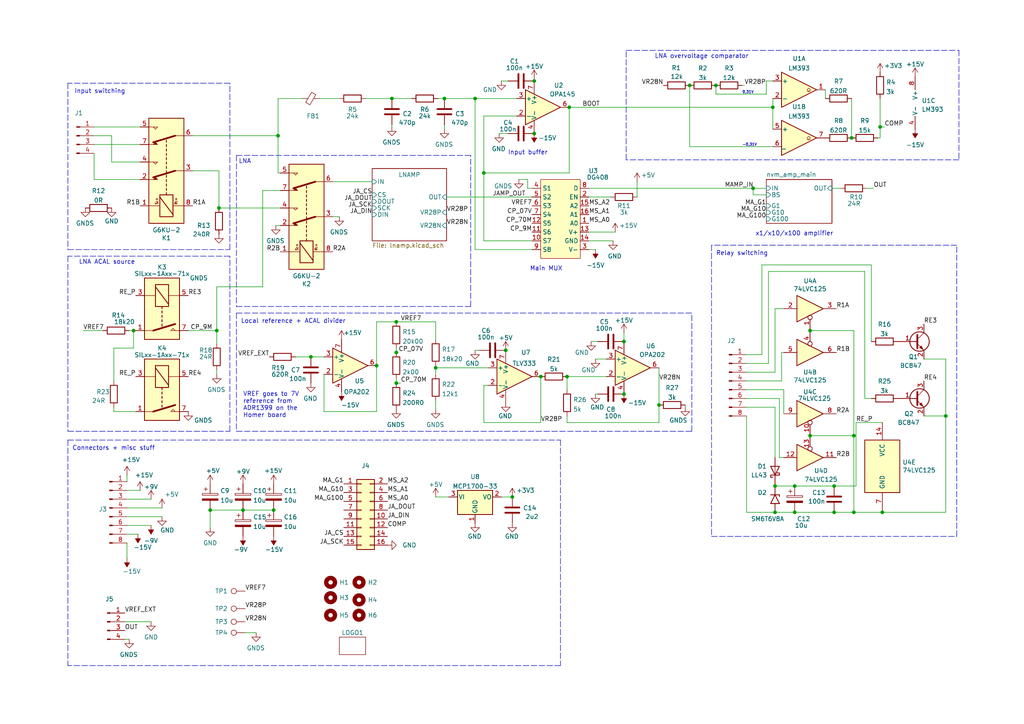
<source format=kicad_sch>
(kicad_sch (version 20211123) (generator eeschema)
  (paper "A4")
  (title_block (title "Nanovoltmeter - BART") (date "2022-05-14") (rev "2"))
  (junction (at 156.845 109.22))
  (junction (at 241.935 148.59))
  (junction (at 38.735 95.885))
  (junction (at 126.365 106.68))
  (junction (at 274.32 120.65))
  (junction (at 224.79 148.59))
  (junction (at 224.79 140.97))
  (junction (at 137.795 28.575))
  (junction (at 241.935 140.97))
  (junction (at 140.335 50.165))
  (junction (at 154.94 38.735))
  (junction (at 114.935 102.235))
  (junction (at 114.935 111.125))
  (junction (at 164.465 109.22))
  (junction (at 230.505 148.59))
  (junction (at 146.685 101.6))
  (junction (at 255.27 36.83))
  (junction (at 113.665 28.575))
  (junction (at 207.645 24.765))
  (junction (at 191.135 117.475))
  (junction (at 255.905 148.59))
  (junction (at 114.935 93.345))
  (junction (at 218.44 54.61))
  (junction (at 165.1 31.115))
  (junction (at 79.375 147.955))
  (junction (at 230.505 140.97))
  (junction (at 200.025 24.765))
  (junction (at 247.65 126.365))
  (junction (at 154.94 23.495))
  (junction (at 60.96 147.955))
  (junction (at 63.5 60.325))
  (junction (at 234.95 95.885))
  (junction (at 90.17 103.505))
  (junction (at 247.015 40.005))
  (junction (at 70.485 147.955))
  (junction (at 247.65 148.59))
  (junction (at 148.59 144.145))
  (junction (at 180.975 114.3))
  (junction (at 234.95 126.365))
  (junction (at 109.22 106.045))
  (junction (at 62.865 95.885))
  (junction (at 128.905 28.575))
  (junction (at 180.975 99.06))
  (junction (at 80.645 39.37))
  (junction (at 224.155 31.115))
  (wire (pts (xy 37.465 185.42) (xy 36.195 185.42)))
  (wire (pts (xy 114.935 93.345) (xy 126.365 93.345)))
  (wire (pts (xy 62.865 95.885) (xy 62.865 83.185)))
  (wire (pts (xy 46.99 147.32) (xy 36.83 147.32)))
  (wire (pts (xy 43.815 144.78) (xy 36.83 144.78)))
  (wire (pts (xy 177.165 57.15) (xy 170.815 57.15)))
  (wire (pts (xy 234.95 126.365) (xy 247.65 126.365)))
  (wire (pts (xy 224.79 118.11) (xy 224.79 132.715)))
  (wire (pts (xy 106.045 28.575) (xy 113.665 28.575)))
  (wire (pts (xy 140.335 50.165) (xy 165.1 50.165)))
  (wire (pts (xy 170.815 72.39) (xy 172.72 72.39)))
  (wire (pts (xy 96.52 62.865) (xy 98.425 62.865)))
  (wire (pts (xy 224.79 89.535) (xy 224.79 107.95)))
  (polyline (pts (xy 181.61 14.605) (xy 278.13 14.605)))
  (wire (pts (xy 227.33 113.03) (xy 227.33 120.015)))
  (polyline (pts (xy 68.58 90.805) (xy 68.58 125.095)))
  (polyline (pts (xy 19.685 74.295) (xy 19.685 125.095)))
  (wire (pts (xy 137.795 101.6) (xy 139.065 101.6)))
  (wire (pts (xy 63.5 49.53) (xy 63.5 60.325)))
  (wire (pts (xy 216.535 148.59) (xy 216.535 120.65)))
  (wire (pts (xy 150.495 52.07) (xy 153.035 52.07)))
  (wire (pts (xy 255.27 36.83) (xy 256.54 36.83)))
  (wire (pts (xy 38.735 100.965) (xy 38.735 95.885)))
  (wire (pts (xy 170.815 54.61) (xy 218.44 54.61)))
  (wire (pts (xy 43.815 152.4) (xy 36.83 152.4)))
  (wire (pts (xy 126.365 118.745) (xy 126.365 116.205)))
  (wire (pts (xy 255.27 28.575) (xy 255.27 36.83)))
  (polyline (pts (xy 68.58 88.9) (xy 68.58 88.9)))
  (wire (pts (xy 184.785 52.705) (xy 184.785 57.15)))
  (wire (pts (xy 224.79 89.535) (xy 227.33 89.535)))
  (wire (pts (xy 96.52 52.705) (xy 107.95 52.705)))
  (wire (pts (xy 224.155 37.465) (xy 224.155 31.115)))
  (wire (pts (xy 252.73 76.835) (xy 252.73 99.06)))
  (wire (pts (xy 80.645 50.165) (xy 81.28 50.165)))
  (wire (pts (xy 164.465 122.555) (xy 191.135 122.555)))
  (wire (pts (xy 180.975 96.52) (xy 180.975 99.06)))
  (wire (pts (xy 224.79 107.95) (xy 216.535 107.95)))
  (wire (pts (xy 140.335 33.655) (xy 140.335 50.165)))
  (wire (pts (xy 90.17 103.505) (xy 93.98 103.505)))
  (wire (pts (xy 92.71 28.575) (xy 98.425 28.575)))
  (polyline (pts (xy 162.56 193.04) (xy 19.685 193.04)))
  (wire (pts (xy 141.605 111.76) (xy 140.335 111.76)))
  (wire (pts (xy 36.83 157.48) (xy 36.83 161.925)))
  (polyline (pts (xy 68.58 88.9) (xy 136.525 88.9)))
  (wire (pts (xy 37.465 95.885) (xy 38.735 95.885)))
  (wire (pts (xy 81.28 65.405) (xy 80.01 65.405)))
  (wire (pts (xy 60.96 147.955) (xy 60.96 153.035)))
  (polyline (pts (xy 66.675 72.39) (xy 66.675 24.13)))
  (wire (pts (xy 191.135 117.475) (xy 191.135 122.555)))
  (wire (pts (xy 216.535 148.59) (xy 224.79 148.59)))
  (wire (pts (xy 164.465 109.22) (xy 164.465 113.03)))
  (polyline (pts (xy 19.685 125.095) (xy 66.675 125.095)))
  (wire (pts (xy 27.305 52.07) (xy 40.64 52.07)))
  (wire (pts (xy 144.78 38.735) (xy 147.32 38.735)))
  (polyline (pts (xy 66.675 74.295) (xy 19.685 74.295)))
  (wire (pts (xy 154.305 72.39) (xy 137.795 72.39)))
  (wire (pts (xy 274.32 120.65) (xy 274.32 104.14)))
  (wire (pts (xy 172.72 114.3) (xy 173.355 114.3)))
  (polyline (pts (xy 19.685 127.635) (xy 19.685 193.04)))
  (wire (pts (xy 63.5 60.325) (xy 81.28 60.325)))
  (wire (pts (xy 222.25 23.495) (xy 222.25 27.305)))
  (wire (pts (xy 241.935 148.59) (xy 247.65 148.59)))
  (wire (pts (xy 127 28.575) (xy 128.905 28.575)))
  (wire (pts (xy 220.98 102.87) (xy 216.535 102.87)))
  (wire (pts (xy 27.305 39.37) (xy 32.385 39.37)))
  (wire (pts (xy 200.025 24.765) (xy 200.025 42.545)))
  (wire (pts (xy 126.365 144.145) (xy 130.175 144.145)))
  (wire (pts (xy 226.06 115.57) (xy 226.06 132.715)))
  (wire (pts (xy 222.885 105.41) (xy 222.885 78.74)))
  (polyline (pts (xy 68.58 90.805) (xy 200.66 90.805)))
  (wire (pts (xy 140.335 50.165) (xy 140.335 69.85)))
  (wire (pts (xy 255.27 36.83) (xy 255.27 40.005)))
  (wire (pts (xy 247.65 148.59) (xy 255.905 148.59)))
  (wire (pts (xy 62.865 107.315) (xy 62.865 108.585)))
  (wire (pts (xy 46.99 149.86) (xy 36.83 149.86)))
  (wire (pts (xy 93.98 108.585) (xy 93.98 119.38)))
  (polyline (pts (xy 19.685 127.635) (xy 162.56 127.635)))
  (wire (pts (xy 140.335 111.76) (xy 140.335 122.555)))
  (polyline (pts (xy 181.61 46.355) (xy 181.61 14.605)))
  (wire (pts (xy 165.1 31.115) (xy 224.155 31.115)))
  (wire (pts (xy 274.32 148.59) (xy 274.32 120.65)))
  (wire (pts (xy 216.535 110.49) (xy 226.695 110.49)))
  (wire (pts (xy 274.32 104.14) (xy 267.97 104.14)))
  (wire (pts (xy 156.845 122.555) (xy 156.845 109.22)))
  (wire (pts (xy 137.795 28.575) (xy 137.795 72.39)))
  (polyline (pts (xy 206.375 155.575) (xy 213.36 155.575)))
  (wire (pts (xy 254.635 40.005) (xy 255.27 40.005)))
  (polyline (pts (xy 66.675 125.095) (xy 66.675 74.295)))
  (wire (pts (xy 33.02 119.38) (xy 33.02 118.11)))
  (polyline (pts (xy 277.495 155.575) (xy 277.495 71.12)))
  (wire (pts (xy 177.8 69.85) (xy 170.815 69.85)))
  (wire (pts (xy 224.155 23.495) (xy 222.25 23.495)))
  (wire (pts (xy 216.535 113.03) (xy 227.33 113.03)))
  (polyline (pts (xy 136.525 45.085) (xy 68.58 45.085)))
  (wire (pts (xy 126.365 106.68) (xy 126.365 108.585)))
  (wire (pts (xy 178.435 67.31) (xy 170.815 67.31)))
  (wire (pts (xy 154.94 23.495) (xy 154.94 22.86)))
  (wire (pts (xy 109.22 106.045) (xy 109.22 93.345)))
  (wire (pts (xy 85.725 103.505) (xy 90.17 103.505)))
  (wire (pts (xy 27.305 36.83) (xy 40.64 36.83)))
  (wire (pts (xy 62.865 83.185) (xy 76.2 83.185)))
  (wire (pts (xy 114.935 111.125) (xy 116.205 111.125)))
  (wire (pts (xy 216.535 105.41) (xy 222.885 105.41)))
  (wire (pts (xy 251.46 54.61) (xy 253.365 54.61)))
  (wire (pts (xy 247.015 28.575) (xy 247.015 40.005)))
  (wire (pts (xy 222.25 27.305) (xy 207.645 27.305)))
  (wire (pts (xy 109.22 119.38) (xy 109.22 106.045)))
  (wire (pts (xy 39.37 119.38) (xy 33.02 119.38)))
  (wire (pts (xy 250.825 78.74) (xy 250.825 115.57)))
  (wire (pts (xy 114.935 102.235) (xy 115.57 102.235)))
  (wire (pts (xy 114.935 100.965) (xy 114.935 102.235)))
  (wire (pts (xy 241.935 140.97) (xy 248.285 140.97)))
  (wire (pts (xy 62.865 95.885) (xy 62.865 99.695)))
  (wire (pts (xy 191.135 117.475) (xy 191.135 106.68)))
  (wire (pts (xy 55.88 49.53) (xy 63.5 49.53)))
  (wire (pts (xy 153.035 52.07) (xy 153.035 54.61)))
  (wire (pts (xy 216.535 118.11) (xy 224.79 118.11)))
  (wire (pts (xy 207.645 27.305) (xy 207.645 24.765)))
  (wire (pts (xy 80.645 50.165) (xy 80.645 39.37)))
  (polyline (pts (xy 68.58 45.085) (xy 68.58 88.9)))
  (wire (pts (xy 93.98 119.38) (xy 109.22 119.38)))
  (wire (pts (xy 230.505 148.59) (xy 241.935 148.59)))
  (wire (pts (xy 43.815 180.34) (xy 36.195 180.34)))
  (wire (pts (xy 198.755 117.475) (xy 198.755 118.11)))
  (wire (pts (xy 215.9 24.765) (xy 215.265 24.765)))
  (wire (pts (xy 32.385 39.37) (xy 32.385 46.99)))
  (wire (pts (xy 222.25 56.515) (xy 218.44 56.515)))
  (wire (pts (xy 70.485 147.955) (xy 79.375 147.955)))
  (wire (pts (xy 164.465 122.555) (xy 164.465 120.65)))
  (wire (pts (xy 80.645 28.575) (xy 87.63 28.575)))
  (wire (pts (xy 29.845 95.885) (xy 24.13 95.885)))
  (polyline (pts (xy 213.36 155.575) (xy 277.495 155.575)))
  (wire (pts (xy 255.905 148.59) (xy 255.905 147.955)))
  (wire (pts (xy 113.665 28.575) (xy 119.38 28.575)))
  (wire (pts (xy 60.96 147.955) (xy 70.485 147.955)))
  (wire (pts (xy 145.415 144.145) (xy 148.59 144.145)))
  (polyline (pts (xy 19.685 24.13) (xy 19.685 72.39)))
  (wire (pts (xy 32.385 46.99) (xy 40.64 46.99)))
  (wire (pts (xy 113.665 36.195) (xy 113.665 36.83)))
  (wire (pts (xy 128.905 36.195) (xy 128.905 37.465)))
  (wire (pts (xy 129.54 57.15) (xy 154.305 57.15)))
  (polyline (pts (xy 19.685 72.39) (xy 66.675 72.39)))
  (wire (pts (xy 80.645 39.37) (xy 80.645 28.575)))
  (wire (pts (xy 224.155 31.115) (xy 224.155 28.575)))
  (wire (pts (xy 250.825 115.57) (xy 252.73 115.57)))
  (wire (pts (xy 36.83 137.795) (xy 36.83 139.7)))
  (wire (pts (xy 114.935 109.855) (xy 114.935 111.125)))
  (wire (pts (xy 222.25 54.61) (xy 218.44 54.61)))
  (wire (pts (xy 226.06 132.715) (xy 227.33 132.715)))
  (wire (pts (xy 33.02 100.965) (xy 38.735 100.965)))
  (wire (pts (xy 74.295 183.515) (xy 71.12 183.515)))
  (wire (pts (xy 164.465 109.22) (xy 175.895 109.22)))
  (wire (pts (xy 224.79 140.97) (xy 230.505 140.97)))
  (wire (pts (xy 27.305 41.91) (xy 40.64 41.91)))
  (wire (pts (xy 248.285 140.97) (xy 248.285 122.555)))
  (wire (pts (xy 255.905 148.59) (xy 274.32 148.59)))
  (wire (pts (xy 126.365 93.345) (xy 126.365 98.425)))
  (wire (pts (xy 247.65 95.885) (xy 234.95 95.885)))
  (polyline (pts (xy 206.375 71.12) (xy 206.375 155.575)))
  (wire (pts (xy 230.505 140.97) (xy 241.935 140.97)))
  (wire (pts (xy 224.155 42.545) (xy 200.025 42.545)))
  (polyline (pts (xy 278.13 14.605) (xy 278.13 46.355)))
  (wire (pts (xy 140.335 69.85) (xy 154.305 69.85)))
  (wire (pts (xy 220.98 102.87) (xy 220.98 76.835)))
  (wire (pts (xy 216.535 115.57) (xy 226.06 115.57)))
  (wire (pts (xy 226.695 110.49) (xy 226.695 102.235)))
  (wire (pts (xy 171.45 99.06) (xy 173.355 99.06)))
  (wire (pts (xy 40.64 142.24) (xy 36.83 142.24)))
  (wire (pts (xy 220.98 76.835) (xy 252.73 76.835)))
  (wire (pts (xy 81.28 55.245) (xy 76.2 55.245)))
  (wire (pts (xy 137.795 28.575) (xy 149.86 28.575)))
  (polyline (pts (xy 277.495 71.12) (xy 206.375 71.12)))
  (polyline (pts (xy 162.56 127.635) (xy 162.56 193.04)))
  (polyline (pts (xy 68.58 125.095) (xy 200.66 125.095)))
  (polyline (pts (xy 66.675 24.13) (xy 19.685 24.13)))
  (wire (pts (xy 153.035 54.61) (xy 154.305 54.61)))
  (wire (pts (xy 76.2 83.185) (xy 76.2 55.245)))
  (polyline (pts (xy 278.13 46.355) (xy 181.61 46.355)))
  (wire (pts (xy 145.415 23.495) (xy 147.32 23.495)))
  (wire (pts (xy 218.44 56.515) (xy 218.44 54.61)))
  (wire (pts (xy 224.79 140.335) (xy 224.79 140.97)))
  (wire (pts (xy 172.72 104.14) (xy 175.895 104.14)))
  (wire (pts (xy 226.695 102.235) (xy 227.33 102.235)))
  (wire (pts (xy 247.65 126.365) (xy 247.65 95.885)))
  (wire (pts (xy 27.305 44.45) (xy 27.305 52.07)))
  (wire (pts (xy 40.005 154.94) (xy 36.83 154.94)))
  (polyline (pts (xy 136.525 88.9) (xy 136.525 45.085)))
  (wire (pts (xy 248.285 122.555) (xy 255.905 122.555)))
  (wire (pts (xy 128.905 28.575) (xy 137.795 28.575)))
  (wire (pts (xy 109.22 93.345) (xy 114.935 93.345)))
  (wire (pts (xy 54.61 95.885) (xy 62.865 95.885)))
  (wire (pts (xy 222.885 78.74) (xy 250.825 78.74)))
  (wire (pts (xy 126.365 106.045) (xy 126.365 106.68)))
  (wire (pts (xy 247.65 126.365) (xy 247.65 148.59)))
  (wire (pts (xy 149.86 33.655) (xy 140.335 33.655)))
  (wire (pts (xy 165.1 50.165) (xy 165.1 31.115)))
  (wire (pts (xy 140.335 122.555) (xy 156.845 122.555)))
  (wire (pts (xy 241.3 54.61) (xy 243.84 54.61)))
  (polyline (pts (xy 200.66 125.095) (xy 200.66 90.805)))
  (wire (pts (xy 267.97 120.65) (xy 274.32 120.65)))
  (wire (pts (xy 239.395 26.035) (xy 239.395 28.575)))
  (wire (pts (xy 126.365 106.68) (xy 141.605 106.68)))
  (wire (pts (xy 224.79 148.59) (xy 230.505 148.59)))
  (wire (pts (xy 55.88 39.37) (xy 80.645 39.37)))
  (wire (pts (xy 33.02 110.49) (xy 33.02 100.965)))
  (wire (pts (xy 38.735 95.885) (xy 39.37 95.885)))
  (text "Local reference + ACAL divider" (at 69.85 93.98 0) (effects (font (size 1.27 1.27)) (justify left bottom)))
  (text "-0,31V" (at 215.265 42.545 0) (effects (font (size 0.762 0.762)) (justify left bottom)))
  (text "LNA ACAL source" (at 22.86 76.835 0) (effects (font (size 1.27 1.27)) (justify left bottom)))
  (text "Input switching" (at 21.59 27.305 0) (effects (font (size 1.27 1.27)) (justify left bottom)))
  (text "Input buffer" (at 147.32 45.085 0) (effects (font (size 1.27 1.27)) (justify left bottom)))
  (text "LNA overvoltage comparator" (at 189.865 17.145 0) (effects (font (size 1.27 1.27)) (justify left bottom)))
  (text "LNA" (at 69.215 47.625 0) (effects (font (size 1.27 1.27)) (justify left bottom)))
  (text "Connectors + misc stuff" (at 20.955 130.81 0) (effects (font (size 1.27 1.27)) (justify left bottom)))
  (text "x1/x10/x100 amplifier" (at 219.075 68.58 0) (effects (font (size 1.27 1.27)) (justify left bottom)))
  (text "Main MUX" (at 153.67 78.74 0) (effects (font (size 1.27 1.27)) (justify left bottom)))
  (text "0,31V" (at 215.265 27.305 0) (effects (font (size 0.762 0.762)) (justify left bottom)))
  (text "VREF goes to 7V \nreference from \nADR1399 on the \nHomer board" (at 70.485 121.285 0) (effects (font (size 1.27 1.27)) (justify left bottom)))
  (text "Relay switching" (at 207.645 74.295 0) (effects (font (size 1.27 1.27)) (justify left bottom)))
  (label "CP_07V" (at 154.305 62.23 180))
  (label "VREF7" (at 24.13 95.885 0))
  (label "JA_DIN" (at 112.395 150.495 0))
  (label "R1A" (at 242.57 89.535 0))
  (label "VREF7" (at 71.12 171.45 0))
  (label "CP_07V" (at 115.57 102.235 0))
  (label "MA_G10" (at 222.25 61.595 180))
  (label "RE3" (at 267.97 93.98 0))
  (label "JAMP_OUT" (at 142.875 57.15 0))
  (label "VR28P" (at 71.12 176.53 0))
  (label "COMP" (at 256.54 36.83 0))
  (label "BOOT" (at 168.91 31.115 0))
  (label "VREF7" (at 154.305 59.69 180))
  (label "R2A" (at 96.52 73.025 0))
  (label "R2A" (at 242.57 120.015 0))
  (label "VR28N" (at 192.405 24.765 180))
  (label "MA_G10" (at 99.695 142.875 180))
  (label "JA_DIN" (at 107.95 62.23 180))
  (label "MAMP_IN" (at 210.185 54.61 0))
  (label "CP_9M" (at 154.305 67.31 180))
  (label "RE4" (at 54.61 109.22 0))
  (label "VR28N" (at 129.54 65.405 0))
  (label "R1B" (at 40.64 59.69 180))
  (label "R2B" (at 242.57 132.715 0))
  (label "R2B" (at 81.28 73.025 180))
  (label "VREF7" (at 116.205 93.345 0))
  (label "VR28P" (at 215.9 24.765 0))
  (label "MS_A1" (at 170.815 62.23 0))
  (label "JA_DOUT" (at 112.395 147.955 0))
  (label "RE_P" (at 39.37 109.22 180))
  (label "MA_G100" (at 222.25 63.5 180))
  (label "JA_CS" (at 99.695 155.575 180))
  (label "VREF_EXT" (at 36.195 177.8 0))
  (label "JA_SCK" (at 99.695 158.115 180))
  (label "VR28P" (at 129.54 61.595 0))
  (label "VR28P" (at 156.845 122.555 0))
  (label "VR28N" (at 191.135 110.49 0))
  (label "VR28N" (at 71.12 180.34 0))
  (label "OUT" (at 253.365 54.61 0))
  (label "COMP" (at 112.395 153.035 0))
  (label "CP_70M" (at 116.205 111.125 0))
  (label "MA_G100" (at 99.695 145.415 180))
  (label "OUT" (at 36.195 182.88 0))
  (label "VREF_EXT" (at 78.105 103.505 180))
  (label "RE_P" (at 248.285 122.555 0))
  (label "MS_A2" (at 170.815 59.69 0))
  (label "R1B" (at 242.57 102.235 0))
  (label "CP_70M" (at 154.305 64.77 180))
  (label "RE3" (at 54.61 85.725 0))
  (label "MS_A0" (at 170.815 64.77 0))
  (label "RE_P" (at 39.37 85.725 180))
  (label "MA_G1" (at 99.695 140.335 180))
  (label "CP_9M" (at 55.245 95.885 0))
  (label "MS_A2" (at 112.395 140.335 0))
  (label "JA_DOUT" (at 107.95 58.42 180))
  (label "JA_CS" (at 107.95 56.515 180))
  (label "MS_A1" (at 112.395 142.875 0))
  (label "RE4" (at 267.97 110.49 0))
  (label "MS_A0" (at 112.395 145.415 0))
  (label "R1A" (at 55.88 59.69 0))
  (label "JA_SCK" (at 107.95 60.325 180))
  (label "MA_G1" (at 222.25 59.69 180))
  (symbol (lib_id "power:+15V") (at 40.64 142.24 0) (mirror y) (unit 1)
    (property "Reference" "#PWR040" (effects hide))
    (property "Value" "+15V" (at 44.45 137.795 0) (effects (justify left)))
  )
  (symbol (lib_id "Device:R") (at 247.65 54.61 90) (unit 1)
    (property "Reference" "R10" (at 246.38 57.15 90) (effects (justify right)))
    (property "Value" "24R" (at 245.745 59.055 90) (effects (justify right)))
    (property "Footprint" "Resistor_SMD:R_0805_2012Metric" (effects hide))
    (property "PN" "CRCW080524R0" (effects hide))
    (property "supplier" "TME" (effects hide))
  )
  (symbol (lib_id "Connector:Conn_01x04_Male") (at 22.225 39.37 0) (unit 1)
    (property "Reference" "J1" (at 22.86 32.7873 0))
    (property "Value" "Conn_01x04_Male" (effects hide))
    (property "Footprint" "Connector_PinHeader_2.54mm:PinHeader_1x04_P2.54mm_Vertical" (effects hide))
    (property "PN" "ZL262-8SG" (effects hide))
    (property "supplier" "TME" (effects hide))
  )
  (symbol (lib_id "power:GNDS") (at 24.765 60.325 0) (unit 1)
    (property "Reference" "#PWR012" (effects hide))
    (property "Value" "GNDS" (at 27.305 64.77 0) (effects (justify right)))
  )
  (symbol (lib_id "Device:R") (at 123.19 28.575 90) (unit 1)
    (property "Reference" "R6" (at 123.19 31.75 90))
    (property "Value" "24k" (at 123.19 33.655 90))
    (property "Footprint" "Resistor_SMD:R_0805_2012Metric" (effects hide))
    (property "PN" "CRCW080524K0" (effects hide))
    (property "supplier" "TME" (effects hide))
  )
  (symbol (lib_id "Device:C") (at 151.13 23.495 270) (unit 1)
    (property "Reference" "C1" (at 149.225 17.78 90))
    (property "Value" "100n" (at 149.225 19.685 90))
    (property "Footprint" "Capacitor_SMD:C_0805_2012Metric_Pad1.18x1.45mm_HandSolder" (effects hide))
    (property "PN" "CL21B104KBCNNNC" (effects hide))
    (property "supplier" "TME" (effects hide))
  )
  (symbol (lib_id "Device:CP") (at 60.96 144.145 0) (unit 1)
    (property "Reference" "C9" (at 63.881 142.3475 0) (effects (justify left)))
    (property "Value" "10u" (at 63.881 145.1226 0) (effects (justify left)))
    (property "Footprint" "Capacitor_Tantalum_SMD:CP_EIA-6032-28_Kemet-C_Pad2.25x2.35mm_HandSolder" (effects hide))
    (property "PN" "293D106X9025C2TE3" (effects hide))
    (property "supplier" "TME" (effects hide))
  )
  (symbol (lib_id "Device:C") (at 128.905 32.385 0) (unit 1)
    (property "Reference" "C3" (at 133.35 33.02 0))
    (property "Value" "470p" (at 133.35 35.56 0))
    (property "Footprint" "Capacitor_THT:C_Rect_L7.0mm_W3.5mm_P5.00mm" (effects hide))
    (property "PN" "FKP2-470P/630-R" (effects hide))
    (property "supplier" "TME" (effects hide))
  )
  (symbol (lib_id "Device:C") (at 177.165 114.3 270) (unit 1)
    (property "Reference" "C8" (at 177.165 118.745 90))
    (property "Value" "100n" (at 177.8 120.65 90))
    (property "Footprint" "Capacitor_SMD:C_0805_2012Metric_Pad1.18x1.45mm_HandSolder" (effects hide))
    (property "PN" "CL21B104KBCNNNC" (effects hide))
    (property "supplier" "TME" (effects hide))
  )
  (symbol (lib_id "power:GNDS") (at 198.755 118.11 0) (unit 1)
    (property "Reference" "#PWR032" (effects hide))
    (property "Value" "GNDS" (at 199.39 121.92 0) (effects (justify right)))
  )
  (symbol (lib_id "Connector:TestPoint") (at 71.12 171.45 90) (unit 1)
    (property "Reference" "TP1" (at 66.04 171.45 90) (effects (justify left)))
    (property "Value" "TestPoint" (effects hide))
    (property "Footprint" "TestPoint:TestPoint_Loop_D2.54mm_Drill1.5mm_Beaded" (effects hide))
    (property "comment" "optional" (effects hide))
    (property "supplier" "aliexpress" (effects hide))
  )
  (symbol (lib_id "Device:R") (at 126.365 102.235 0) (unit 1)
    (property "Reference" "R17" (at 128.143 101.3265 0) (effects (justify left)))
    (property "Value" "18k20" (at 128.143 104.1016 0) (effects (justify left)))
    (property "Footprint" "Resistor_THT:R_Axial_DIN0207_L6.3mm_D2.5mm_P2.54mm_Vertical" (effects hide))
    (property "PN" "YR1B18K2CC" (effects hide))
    (property "supplier" "MOUSER" (effects hide))
  )
  (symbol (lib_id "j_lib:DG408") (at 161.925 59.69 0) (mirror y) (unit 1)
    (property "Reference" "U3" (at 172.085 49.53 0))
    (property "Value" "DG408" (at 173.355 51.435 0))
    (property "Footprint" "Package_SO:SOIC-16_3.9x9.9mm_P1.27mm" (effects hide))
    (property "PN" "DG408DY-E3" (effects hide))
    (property "supplier" "TME" (effects hide))
  )
  (symbol (lib_id "power:+15V") (at 178.435 67.31 0) (unit 1)
    (property "Reference" "#PWR016" (effects hide))
    (property "Value" "+15V" (at 182.245 65.405 0))
  )
  (symbol (lib_id "power:+15V") (at 154.94 22.86 0) (unit 1)
    (property "Reference" "#PWR03" (effects hide))
    (property "Value" "+15V" (at 154.94 19.2555 0))
  )
  (symbol (lib_id "Diode:SM6T6V8A") (at 224.79 144.78 270) (unit 1)
    (property "Reference" "D2" (at 219.71 142.875 90) (effects (justify left)))
    (property "Value" "SM6T6V8A" (at 217.805 150.495 90) (effects (justify left)))
    (property "Footprint" "Diode_SMD:D_SMB" (effects hide))
    (property "Datasheet" "https://www.st.com/resource/en/datasheet/sm6t.pdf" (effects hide))
    (property "PN" "SM6T6V8A" (effects hide))
    (property "supplier" "TME" (effects hide))
  )
  (symbol (lib_id "power:-15V") (at 172.72 72.39 180) (unit 1)
    (property "Reference" "#PWR019" (effects hide))
    (property "Value" "-15V" (at 172.72 76.9525 0))
  )
  (symbol (lib_id "Mechanical:MountingHole") (at 95.885 178.435 0) (unit 1)
    (property "Reference" "H5" (at 98.425 178.435 0) (effects (justify left)))
    (property "Value" "MountingHole" (effects hide))
    (property "Footprint" "MountingHole:MountingHole_2.7mm" (effects hide))
    (property "comment" "DNP" (effects hide))
  )
  (symbol (lib_id "Comparator:LM393") (at 231.775 26.035 0) (unit 1)
    (property "Reference" "U1" (at 231.775 16.9885 0))
    (property "Value" "LM393" (at 231.775 19.7636 0))
    (property "Footprint" "Package_SO:SOIC-8_3.9x4.9mm_P1.27mm" (effects hide))
    (property "Datasheet" "http://www.ti.com/lit/ds/symlink/lm393.pdf" (effects hide))
    (property "PN" "LM393AD" (effects hide))
    (property "supplier" "TME" (effects hide))
  )
  (symbol (lib_id "power:+5V") (at 60.96 140.335 0) (mirror y) (unit 1)
    (property "Reference" "#PWR037" (effects hide))
    (property "Value" "+5V" (at 59.69 136.525 0) (effects (justify right)))
  )
  (symbol (lib_id "Device:R") (at 256.54 99.06 90) (unit 1)
    (property "Reference" "R16" (at 256.54 94.0775 90))
    (property "Value" "3k" (at 256.54 96.8526 90))
    (property "Footprint" "Resistor_SMD:R_0805_2012Metric" (effects hide))
    (property "PN" "CRCW08053K0" (effects hide))
    (property "supplier" "TME" (effects hide))
  )
  (symbol (lib_id "74xx:74LS125") (at 234.95 89.535 0) (unit 1)
    (property "Reference" "U4" (at 234.95 81.4832 0))
    (property "Value" "74LVC125" (at 234.95 83.7946 0))
    (property "Footprint" "Package_SO:SOIC-14_3.9x8.7mm_P1.27mm" (effects hide))
    (property "Datasheet" "http://www.ti.com/lit/gpn/sn74LS125" (effects hide))
    (property "comment" "Has to have 5V VDD limit!" (effects hide))
    (property "PN" "74LVC125AS14-13" (effects hide))
    (property "supplier" "MOUSER" (effects hide))
  )
  (symbol (lib_id "power:-15V") (at 265.43 37.465 180) (unit 1)
    (property "Reference" "#PWR07" (effects hide))
    (property "Value" "-15V" (at 265.43 42.0275 0))
  )
  (symbol (lib_id "Connector:TestPoint") (at 71.12 180.34 90) (unit 1)
    (property "Reference" "TP3" (at 66.04 180.34 90) (effects (justify left)))
    (property "Value" "TestPoint" (effects hide))
    (property "Footprint" "TestPoint:TestPoint_Loop_D2.54mm_Drill1.5mm_Beaded" (effects hide))
    (property "comment" "optional" (effects hide))
    (property "supplier" "aliexpress" (effects hide))
  )
  (symbol (lib_id "Amplifier_Operational:OPA188xxD") (at 157.48 31.115 0) (unit 1)
    (property "Reference" "U2" (at 160.655 24.765 0) (effects (justify left)))
    (property "Value" "OPA145" (at 159.385 27.305 0) (effects (justify left)))
    (property "Footprint" "Package_SO:SOIC-8_3.9x4.9mm_P1.27mm" (effects hide))
    (property "Datasheet" "http://www.ti.com/lit/ds/symlink/opa188.pdf" (effects hide))
    (property "PN" "OPA145ID" (effects hide))
    (property "supplier" "TME" (effects hide))
  )
  (symbol (lib_id "Device:C") (at 151.13 38.735 270) (unit 1)
    (property "Reference" "C4" (at 147.32 35.56 90))
    (property "Value" "100n" (at 147.32 37.465 90))
    (property "Footprint" "Capacitor_SMD:C_0805_2012Metric_Pad1.18x1.45mm_HandSolder" (effects hide))
    (property "PN" "CL21B104KBCNNNC" (effects hide))
    (property "supplier" "TME" (effects hide))
  )
  (symbol (lib_id "power:GND") (at 177.8 69.85 0) (unit 1)
    (property "Reference" "#PWR018" (effects hide))
    (property "Value" "GND" (at 180.34 74.295 0) (effects (justify right)))
  )
  (symbol (lib_id "Device:R") (at 114.935 114.935 0) (unit 1)
    (property "Reference" "R24" (at 116.713 114.0265 0) (effects (justify left)))
    (property "Value" "200R0" (at 116.713 116.8016 0) (effects (justify left)))
    (property "Footprint" "Resistor_THT:R_Axial_DIN0207_L6.3mm_D2.5mm_P10.16mm_Horizontal" (effects hide))
    (property "PN" "PTF56200R00FZEB" (effects hide))
    (property "supplier" "MOUSER" (effects hide))
  )
  (symbol (lib_id "Device:C") (at 241.935 144.78 180) (unit 1)
    (property "Reference" "C13" (at 237.49 142.875 0))
    (property "Value" "100n" (at 236.855 145.415 0))
    (property "Footprint" "Capacitor_SMD:C_0805_2012Metric_Pad1.18x1.45mm_HandSolder" (effects hide))
    (property "PN" "CL21B104KBCNNNC" (effects hide))
    (property "supplier" "TME" (effects hide))
  )
  (symbol (lib_id "Device:R") (at 33.02 114.3 180) (unit 1)
    (property "Reference" "R23" (at 27.94 113.665 0) (effects (justify right)))
    (property "Value" "24R" (at 26.67 116.205 0) (effects (justify right)))
    (property "Footprint" "Resistor_SMD:R_0805_2012Metric" (effects hide))
    (property "PN" "CRCW080524R0" (effects hide))
    (property "supplier" "TME" (effects hide))
  )
  (symbol (lib_id "power:-15V") (at 36.83 161.925 0) (mirror x) (unit 1)
    (property "Reference" "#PWR054" (effects hide))
    (property "Value" "-15V" (at 35.56 165.735 0) (effects (justify left)))
  )
  (symbol (lib_id "power:GND") (at 90.17 111.125 0) (unit 1)
    (property "Reference" "#PWR027" (effects hide))
    (property "Value" "GND" (at 92.075 115.57 0) (effects (justify right)))
  )
  (symbol (lib_id "Device:R") (at 62.865 103.505 0) (unit 1)
    (property "Reference" "R18" (at 59.69 101.6 0))
    (property "Value" "24R" (at 59.69 103.505 0))
    (property "Footprint" "Resistor_THT:R_Axial_DIN0207_L6.3mm_D2.5mm_P2.54mm_Vertical" (effects hide))
    (property "PN" "CMF5523R200BEEK" (effects hide))
    (property "supplier" "MOUSER" (effects hide))
  )
  (symbol (lib_id "Connector:TestPoint") (at 71.12 176.53 90) (unit 1)
    (property "Reference" "TP2" (at 66.04 176.53 90) (effects (justify left)))
    (property "Value" "TestPoint" (effects hide))
    (property "Footprint" "TestPoint:TestPoint_Loop_D2.54mm_Drill1.5mm_Beaded" (effects hide))
    (property "comment" "optional" (effects hide))
    (property "supplier" "aliexpress" (effects hide))
  )
  (symbol (lib_id "power:+3V3") (at 148.59 144.145 0) (unit 1)
    (property "Reference" "#PWR042" (effects hide))
    (property "Value" "+3V3" (at 152.4 142.24 0))
  )
  (symbol (lib_id "power:-15V") (at 99.06 113.665 180) (unit 1)
    (property "Reference" "#PWR028" (effects hide))
    (property "Value" "-15V" (at 101.6 117.475 0))
  )
  (symbol (lib_id "Device:CP") (at 79.375 144.145 0) (unit 1)
    (property "Reference" "C11" (at 82.296 142.3475 0) (effects (justify left)))
    (property "Value" "10u" (at 82.296 145.1226 0) (effects (justify left)))
    (property "Footprint" "Capacitor_Tantalum_SMD:CP_EIA-6032-28_Kemet-C_Pad2.25x2.35mm_HandSolder" (effects hide))
    (property "PN" "293D106X9025C2TE3" (effects hide))
    (property "supplier" "TME" (effects hide))
  )
  (symbol (lib_id "power:+5V") (at 46.99 147.32 0) (mirror y) (unit 1)
    (property "Reference" "#PWR044" (effects hide))
    (property "Value" "+5V" (at 47.752 143.383 0) (effects (justify right)))
  )
  (symbol (lib_id "power:GND") (at 145.415 23.495 0) (unit 1)
    (property "Reference" "#PWR04" (effects hide))
    (property "Value" "GND" (at 144.145 26.035 0) (effects (justify right)))
  )
  (symbol (lib_id "Device:R") (at 196.215 24.765 270) (unit 1)
    (property "Reference" "R1" (at 197.485 19.685 90) (effects (justify right)))
    (property "Value" "12k" (at 198.12 22.225 90) (effects (justify right)))
    (property "Footprint" "Resistor_SMD:R_0805_2012Metric" (effects hide))
    (property "PN" "CRCW080512K0" (effects hide))
    (property "supplier" "TME" (effects hide))
  )
  (symbol (lib_id "Comparator:LM393") (at 267.97 29.845 0) (unit 3)
    (property "Reference" "U1" (at 267.335 29.21 0) (effects (justify left)))
    (property "Value" "LM393" (at 267.335 31.75 0) (effects (justify left)))
    (property "Footprint" "Package_SO:SOIC-8_3.9x4.9mm_P1.27mm" (effects hide))
    (property "Datasheet" "http://www.ti.com/lit/ds/symlink/lm393.pdf" (effects hide))
    (property "PN" "LM393AD" (effects hide))
    (property "supplier" "TME" (effects hide))
  )
  (symbol (lib_id "74xx:74LS125") (at 234.95 132.715 0) (mirror x) (unit 4)
    (property "Reference" "U4" (at 238.125 136.525 0))
    (property "Value" "74LVC125" (at 238.125 139.065 0))
    (property "Footprint" "Package_SO:SOIC-14_3.9x8.7mm_P1.27mm" (effects hide))
    (property "Datasheet" "http://www.ti.com/lit/gpn/sn74LS125" (effects hide))
    (property "comment" "Has to have 5V VDD limit!" (effects hide))
    (property "PN" "74LVC125AS14-13" (effects hide))
    (property "supplier" "MOUSER" (effects hide))
  )
  (symbol (lib_id "Relay:G6KU-2") (at 48.26 49.53 90) (unit 1)
    (property "Reference" "K1" (at 48.26 69.0118 90))
    (property "Value" "G6KU-2" (at 48.26 66.7004 90))
    (property "Footprint" "Relay_SMD:Relay_DPDT_Omron_G6K-2F-Y" (effects hide))
    (property "Datasheet" "http://omronfs.omron.com/en_US/ecb/products/pdf/en-g6k.pdf" (effects hide))
    (property "PN" "G6KU-2P-Y DC5 " (effects hide))
    (property "supplier" "MOUSER" (effects hide))
  )
  (symbol (lib_id "power:-15V") (at 180.975 114.3 180) (unit 1)
    (property "Reference" "#PWR030" (effects hide))
    (property "Value" "-15V" (at 184.785 116.84 0))
  )
  (symbol (lib_id "Device:C") (at 177.165 99.06 270) (unit 1)
    (property "Reference" "C5" (at 175.26 93.345 90))
    (property "Value" "100n" (at 175.26 95.25 90))
    (property "Footprint" "Capacitor_SMD:C_0805_2012Metric_Pad1.18x1.45mm_HandSolder" (effects hide))
    (property "PN" "CL21B104KBCNNNC" (effects hide))
    (property "supplier" "TME" (effects hide))
  )
  (symbol (lib_id "power:GND") (at 172.72 104.14 0) (unit 1)
    (property "Reference" "#PWR025" (effects hide))
    (property "Value" "GND" (at 172.72 107.315 0) (effects (justify right)))
  )
  (symbol (lib_id "Device:R") (at 102.235 28.575 90) (unit 1)
    (property "Reference" "R5" (at 102.235 31.75 90))
    (property "Value" "24k" (at 102.235 33.655 90))
    (property "Footprint" "Resistor_SMD:R_0805_2012Metric" (effects hide))
    (property "PN" "CRCW080524K0" (effects hide))
    (property "supplier" "TME" (effects hide))
  )
  (symbol (lib_id "Connector:Conn_01x08_Male") (at 31.75 147.32 0) (unit 1)
    (property "Reference" "J3" (at 31.0388 147.6815 0) (effects (justify right)))
    (property "Value" "Conn_01x08_Male" (effects hide))
    (property "Footprint" "Connector_PinHeader_2.54mm:PinHeader_1x08_P2.54mm_Vertical" (effects hide))
    (property "PN" "ZL262-4SG" (effects hide))
    (property "supplier" "TME" (effects hide))
  )
  (symbol (lib_id "power:GNDS") (at 62.865 108.585 0) (unit 1)
    (property "Reference" "#PWR026" (effects hide))
    (property "Value" "GNDS" (at 65.405 113.03 0) (effects (justify right)))
  )
  (symbol (lib_id "Device:R") (at 28.575 60.325 90) (unit 1)
    (property "Reference" "R12" (at 28.575 55.3425 90))
    (property "Value" "0R" (at 28.575 58.1176 90))
    (property "Footprint" "Resistor_SMD:R_0805_2012Metric" (effects hide))
    (property "PN" "CRCW08050000" (effects hide))
    (property "supplier" "TME" (effects hide))
  )
  (symbol (lib_id "power:GND") (at 46.99 149.86 0) (mirror y) (unit 1)
    (property "Reference" "#PWR045" (effects hide))
    (property "Value" "GND" (at 48.514 153.797 0))
  )
  (symbol (lib_id "power:+15V") (at 79.375 140.335 0) (mirror y) (unit 1)
    (property "Reference" "#PWR039" (effects hide))
    (property "Value" "+15V" (at 81.915 136.525 0) (effects (justify left)))
  )
  (symbol (lib_id "Regulator_Linear:MCP1700-1202E_SOT23") (at 137.795 144.145 0) (unit 1)
    (property "Reference" "U8" (at 137.795 138.2735 0))
    (property "Value" "MCP1700-33" (at 137.795 141.0486 0))
    (property "Footprint" "Package_TO_SOT_SMD:SOT-23" (effects hide))
    (property "Datasheet" "http://ww1.microchip.com/downloads/en/DeviceDoc/20001826D.pdf" (effects hide))
    (property "PN" "MCP1700T-3302E" (effects hide))
    (property "supplier" "TME" (effects hide))
  )
  (symbol (lib_id "Mechanical:MountingHole") (at 104.14 168.91 0) (unit 1)
    (property "Reference" "H2" (at 106.68 168.91 0) (effects (justify left)))
    (property "Value" "MountingHole" (effects hide))
    (property "Footprint" "MountingHole:MountingHole_3.2mm_M3" (effects hide))
    (property "comment" "DNP" (effects hide))
  )
  (symbol (lib_id "74xx:74LS125") (at 255.905 135.255 0) (unit 5)
    (property "Reference" "U4" (at 261.747 134.0866 0) (effects (justify left)))
    (property "Value" "74LVC125" (at 261.747 136.398 0) (effects (justify left)))
    (property "Footprint" "Package_SO:SOIC-14_3.9x8.7mm_P1.27mm" (effects hide))
    (property "Datasheet" "http://www.ti.com/lit/gpn/sn74LS125" (effects hide))
    (property "comment" "Has to have 5V VDD limit!" (effects hide))
    (property "PN" "74LVC125AS14-13" (effects hide))
    (property "supplier" "MOUSER" (effects hide))
  )
  (symbol (lib_id "Device:R") (at 114.935 106.045 0) (unit 1)
    (property "Reference" "R20" (at 116.713 105.1365 0) (effects (justify left)))
    (property "Value" "2k00" (at 116.713 107.9116 0) (effects (justify left)))
    (property "Footprint" "Resistor_THT:R_Axial_DIN0207_L6.3mm_D2.5mm_P10.16mm_Horizontal" (effects hide))
    (property "PN" "PTF562K0000BZEK" (effects hide))
    (property "supplier" "MOUSER" (effects hide))
  )
  (symbol (lib_id "power:-15V") (at 40.005 154.94 0) (mirror x) (unit 1)
    (property "Reference" "#PWR050" (effects hide))
    (property "Value" "-15V" (at 38.735 158.75 0) (effects (justify left)))
  )
  (symbol (lib_id "Device:R") (at 243.205 40.005 270) (unit 1)
    (property "Reference" "R8" (at 243.205 35.0225 90))
    (property "Value" "620R" (at 243.205 37.7976 90))
    (property "Footprint" "Resistor_SMD:R_0805_2012Metric" (effects hide))
    (property "PN" "CRCW0805620R" (effects hide))
    (property "supplier" "TME" (effects hide))
  )
  (symbol (lib_id "Device:R") (at 180.975 57.15 90) (unit 1)
    (property "Reference" "R11" (at 180.975 59.69 90))
    (property "Value" "3k" (at 180.975 61.595 90))
    (property "Footprint" "Resistor_SMD:R_0805_2012Metric" (effects hide))
    (property "PN" "CRCW08053K0" (effects hide))
    (property "supplier" "TME" (effects hide))
  )
  (symbol (lib_id "Device:R") (at 211.455 24.765 270) (unit 1)
    (property "Reference" "R3" (at 211.455 19.7825 90))
    (property "Value" "12k" (at 211.455 22.5576 90))
    (property "Footprint" "Resistor_SMD:R_0805_2012Metric" (effects hide))
    (property "PN" "CRCW080512K0" (effects hide))
    (property "supplier" "TME" (effects hide))
  )
  (symbol (lib_id "Device:C") (at 148.59 147.955 0) (unit 1)
    (property "Reference" "C14" (at 153.67 147.32 0))
    (property "Value" "2u2" (at 154.305 149.86 0))
    (property "Footprint" "Capacitor_SMD:C_0805_2012Metric_Pad1.18x1.45mm_HandSolder" (effects hide))
    (property "PN" "CL21B225KPFNNNE" (effects hide))
    (property "supplier" "TME" (effects hide))
  )
  (symbol (lib_id "Device:CP") (at 70.485 151.765 0) (unit 1)
    (property "Reference" "C15" (at 73.406 149.9675 0) (effects (justify left)))
    (property "Value" "10u" (at 73.406 152.7426 0) (effects (justify left)))
    (property "Footprint" "Capacitor_Tantalum_SMD:CP_EIA-6032-28_Kemet-C_Pad2.25x2.35mm_HandSolder" (effects hide))
    (property "PN" "293D106X9025C2TE3" (effects hide))
    (property "supplier" "TME" (effects hide))
  )
  (symbol (lib_id "power:-15V") (at 79.375 155.575 0) (mirror x) (unit 1)
    (property "Reference" "#PWR052" (effects hide))
    (property "Value" "-15V" (at 76.835 159.385 0) (effects (justify left)))
  )
  (symbol (lib_id "Device:R") (at 250.825 40.005 270) (unit 1)
    (property "Reference" "R9" (at 250.825 35.0225 90))
    (property "Value" "15k" (at 250.825 37.7976 90))
    (property "Footprint" "Resistor_SMD:R_0805_2012Metric" (effects hide))
    (property "PN" "CRCW080515K0" (effects hide))
    (property "supplier" "TME" (effects hide))
  )
  (symbol (lib_id "power:+5V") (at 146.685 101.6 0) (unit 1)
    (property "Reference" "#PWR024" (effects hide))
    (property "Value" "+5V" (at 146.685 97.9955 0))
  )
  (symbol (lib_id "power:GND") (at 60.96 153.035 0) (mirror y) (unit 1)
    (property "Reference" "#PWR049" (effects hide))
    (property "Value" "GND" (at 60.96 157.48 0))
  )
  (symbol (lib_id "Device:R") (at 126.365 112.395 0) (unit 1)
    (property "Reference" "R22" (at 128.143 111.4865 0) (effects (justify left)))
    (property "Value" "12k1" (at 128.143 114.2616 0) (effects (justify left)))
    (property "Footprint" "Resistor_THT:R_Axial_DIN0207_L6.3mm_D2.5mm_P2.54mm_Vertical" (effects hide))
    (property "PN" "YR1B12K1CC" (effects hide))
    (property "supplier" "MOUSER" (effects hide))
  )
  (symbol (lib_id "power:GNDS") (at 150.495 52.07 0) (unit 1)
    (property "Reference" "#PWR010" (effects hide))
    (property "Value" "GNDS" (at 148.59 53.975 0) (effects (justify right)))
  )
  (symbol (lib_id "power:GND") (at 148.59 151.765 0) (unit 1)
    (property "Reference" "#PWR047" (effects hide))
    (property "Value" "GND" (at 150.495 155.575 0) (effects (justify right)))
  )
  (symbol (lib_id "Device:R") (at 203.835 24.765 270) (unit 1)
    (property "Reference" "R2" (at 203.835 19.7825 90))
    (property "Value" "3k" (at 203.835 22.5576 90))
    (property "Footprint" "Resistor_SMD:R_0805_2012Metric" (effects hide))
    (property "PN" "CRCW08053K0" (effects hide))
    (property "supplier" "TME" (effects hide))
  )
  (symbol (lib_id "power:GNDS") (at 114.935 118.745 0) (unit 1)
    (property "Reference" "#PWR033" (effects hide))
    (property "Value" "GNDS" (at 117.475 123.19 0) (effects (justify right)))
  )
  (symbol (lib_id "power:GND") (at 172.72 114.3 0) (unit 1)
    (property "Reference" "#PWR029" (effects hide))
    (property "Value" "GND" (at 175.26 118.11 0) (effects (justify right)))
  )
  (symbol (lib_id "Connector:TestPoint") (at 71.12 183.515 90) (unit 1)
    (property "Reference" "TP4" (at 66.04 183.515 90) (effects (justify left)))
    (property "Value" "TestPoint" (effects hide))
    (property "Footprint" "TestPoint:TestPoint_Loop_D2.54mm_Drill1.5mm_Beaded" (effects hide))
    (property "comment" "optional" (effects hide))
    (property "supplier" "aliexpress" (effects hide))
  )
  (symbol (lib_id "power:GNDS") (at 74.295 183.515 0) (unit 1)
    (property "Reference" "#PWR056" (effects hide))
    (property "Value" "GNDS" (at 76.835 187.96 0) (effects (justify right)))
  )
  (symbol (lib_id "power:+15V") (at 99.06 98.425 0) (unit 1)
    (property "Reference" "#PWR021" (effects hide))
    (property "Value" "+15V" (at 102.235 96.52 0))
  )
  (symbol (lib_id "power:GNDS") (at 54.61 119.38 0) (unit 1)
    (property "Reference" "#PWR035" (effects hide))
    (property "Value" "GNDS" (at 61.595 121.92 0) (effects (justify right)))
  )
  (symbol (lib_id "Device:R") (at 33.655 95.885 270) (unit 1)
    (property "Reference" "R14" (at 32.385 91.44 90) (effects (justify left)))
    (property "Value" "18k20" (at 33.02 93.345 90) (effects (justify left)))
    (property "Footprint" "Resistor_THT:R_Axial_DIN0207_L6.3mm_D2.5mm_P2.54mm_Vertical" (effects hide))
    (property "PN" "YR1B18K2CC" (effects hide))
    (property "supplier" "MOUSER" (effects hide))
  )
  (symbol (lib_id "Connector:Conn_01x04_Male") (at 31.115 180.34 0) (unit 1)
    (property "Reference" "J5" (at 31.75 173.7573 0))
    (property "Value" "Conn_01x04_Male" (effects hide))
    (property "Footprint" "Connector_PinHeader_2.54mm:PinHeader_1x04_P2.54mm_Vertical" (effects hide))
    (property "PN" "ZL262-8SG" (effects hide))
    (property "supplier" "TME" (effects hide))
  )
  (symbol (lib_id "Amplifier_Operational:OPA188xxD") (at 183.515 106.68 0) (unit 1)
    (property "Reference" "U6" (at 187.325 100.33 0) (effects (justify left)))
    (property "Value" "OPA202" (at 185.42 102.87 0) (effects (justify left)))
    (property "Footprint" "Package_SO:SOIC-8_3.9x4.9mm_P1.27mm" (effects hide))
    (property "Datasheet" "http://www.ti.com/lit/ds/symlink/opa188.pdf" (effects hide))
    (property "PN" "OPA202IDR" (effects hide))
    (property "supplier" "MOUSER" (effects hide))
  )
  (symbol (lib_id "power:GNDS") (at 126.365 118.745 0) (unit 1)
    (property "Reference" "#PWR034" (effects hide))
    (property "Value" "GNDS" (at 128.905 123.19 0) (effects (justify right)))
  )
  (symbol (lib_id "Relay:SILxx-1Axx-71x") (at 46.99 114.3 270) (unit 1)
    (property "Reference" "K4" (at 46.99 100.965 90))
    (property "Value" "SILxx-1Axx-71x" (at 46.99 102.9486 90))
    (property "Footprint" "Relay_THT:Relay_SPST_StandexMeder_SIL_Form1A" (effects hide))
    (property "Datasheet" "https://standexelectronics.com/wp-content/uploads/datasheet_reed_relay_SIL.pdf" (effects hide))
    (property "comment" "Could be different type" (effects hide))
    (property "PN" "Pickering 107-1-A-5" (effects hide))
    (property "supplier" "Own stock" (effects hide))
  )
  (symbol (lib_id "power:GND") (at 171.45 99.06 0) (unit 1)
    (property "Reference" "#PWR022" (effects hide))
    (property "Value" "GND" (at 170.815 102.235 0) (effects (justify right)))
  )
  (symbol (lib_id "Amplifier_Operational:OPA188xxD") (at 101.6 106.045 0) (unit 1)
    (property "Reference" "U5" (at 102.87 110.49 0) (effects (justify left)))
    (property "Value" "OPA202" (at 99.695 113.665 0) (effects (justify left)))
    (property "Footprint" "Package_SO:SOIC-8_3.9x4.9mm_P1.27mm" (effects hide))
    (property "Datasheet" "http://www.ti.com/lit/ds/symlink/opa188.pdf" (effects hide))
    (property "PN" "OPA202IDR" (effects hide))
    (property "supplier" "MOUSER" (effects hide))
  )
  (symbol (lib_id "power:+15V") (at 265.43 22.225 0) (unit 1)
    (property "Reference" "#PWR02" (effects hide))
    (property "Value" "+15V" (at 265.43 18.6205 0))
  )
  (symbol (lib_id "power:+5V") (at 126.365 144.145 0) (unit 1)
    (property "Reference" "#PWR041" (effects hide))
    (property "Value" "+5V" (at 126.365 140.5405 0))
  )
  (symbol (lib_id "power:GNDS") (at 128.905 37.465 0) (unit 1)
    (property "Reference" "#PWR06" (effects hide))
    (property "Value" "GNDS" (at 131.445 41.91 0) (effects (justify right)))
  )
  (symbol (lib_id "Device:R") (at 194.945 117.475 90) (unit 1)
    (property "Reference" "R27" (at 194.945 112.4925 90))
    (property "Value" "3k" (at 194.945 115.2676 90))
    (property "Footprint" "Resistor_SMD:R_0805_2012Metric" (effects hide))
    (property "PN" "CRCW08053K0" (effects hide))
    (property "supplier" "TME" (effects hide))
  )
  (symbol (lib_id "power:-9V") (at 70.485 155.575 180) (unit 1)
    (property "Reference" "#PWR051" (effects hide))
    (property "Value" "-9V" (at 69.85 159.385 0))
  )
  (symbol (lib_id "Connector_Generic:Conn_02x08_Odd_Even") (at 104.775 147.955 0) (unit 1)
    (property "Reference" "J4" (at 106.045 135.0985 0))
    (property "Value" "Conn_02x08_Odd_Even" (effects hide))
    (property "Footprint" "Connector_PinHeader_2.54mm:PinHeader_2x08_P2.54mm_Vertical" (effects hide))
    (property "PN" "ZL262-8SG" (effects hide))
    (property "supplier" "TME" (effects hide))
  )
  (symbol (lib_id "power:GND") (at 146.685 116.84 0) (unit 1)
    (property "Reference" "#PWR031" (effects hide))
    (property "Value" "GND" (at 148.59 120.65 0) (effects (justify right)))
  )
  (symbol (lib_id "Device:Ferrite_Bead_Small") (at 90.17 28.575 90) (unit 1)
    (property "Reference" "FB1" (at 90.805 33.655 90))
    (property "Value" "Ferrite_Bead_Small" (effects hide))
    (property "Footprint" "Inductor_SMD:L_0603_1608Metric" (effects hide))
    (property "PN" "BLM18RK601SN1D" (effects hide))
  )
  (symbol (lib_id "74xx:74LS125") (at 234.95 102.235 0) (mirror x) (unit 2)
    (property "Reference" "U4" (at 234.95 107.95 0))
    (property "Value" "74LVC125" (at 234.95 110.2614 0))
    (property "Footprint" "Package_SO:SOIC-14_3.9x8.7mm_P1.27mm" (effects hide))
    (property "Datasheet" "http://www.ti.com/lit/gpn/sn74LS125" (effects hide))
    (property "comment" "Has to have 5V VDD limit!" (effects hide))
    (property "PN" "74LVC125AS14-13" (effects hide))
    (property "supplier" "MOUSER" (effects hide))
  )
  (symbol (lib_id "Relay:SILxx-1Axx-71x") (at 46.99 90.805 270) (unit 1)
    (property "Reference" "K3" (at 46.99 77.47 90))
    (property "Value" "SILxx-1Axx-71x" (at 46.99 79.375 90))
    (property "Footprint" "Relay_THT:Relay_SPST_StandexMeder_SIL_Form1A" (effects hide))
    (property "Datasheet" "https://standexelectronics.com/wp-content/uploads/datasheet_reed_relay_SIL.pdf" (effects hide))
    (property "comment" "Could be different type" (effects hide))
    (property "PN" "Pickering 107-1-A-5" (effects hide))
    (property "supplier" "Own stock" (effects hide))
  )
  (symbol (lib_id "power:GND") (at 144.78 38.735 0) (unit 1)
    (property "Reference" "#PWR08" (effects hide))
    (property "Value" "GND" (at 146.685 43.18 0) (effects (justify right)))
  )
  (symbol (lib_id "power:-15V") (at 154.94 38.735 180) (unit 1)
    (property "Reference" "#PWR09" (effects hide))
    (property "Value" "-15V" (at 158.75 40.005 0))
  )
  (symbol (lib_id "power:GNDS") (at 98.425 62.865 0) (unit 1)
    (property "Reference" "#PWR014" (effects hide))
    (property "Value" "GNDS" (at 100.965 67.31 0) (effects (justify right)))
  )
  (symbol (lib_id "j_lib:logo_generic") (at 102.235 187.325 0) (unit 1)
    (property "Reference" "LOGO1" (at 99.06 183.515 0) (effects (justify left)))
    (property "Value" "logo_generic" (effects hide))
    (property "Footprint" "j_lib:logo_rpg7x9" (effects hide))
    (property "comment" "DNP" (effects hide))
  )
  (symbol (lib_id "Device:CP") (at 70.485 144.145 0) (unit 1)
    (property "Reference" "C10" (at 73.406 142.3475 0) (effects (justify left)))
    (property "Value" "10u" (at 73.406 145.1226 0) (effects (justify left)))
    (property "Footprint" "Capacitor_Tantalum_SMD:CP_EIA-6032-28_Kemet-C_Pad2.25x2.35mm_HandSolder" (effects hide))
    (property "PN" "293D106X9025C2TE3" (effects hide))
    (property "supplier" "TME" (effects hide))
  )
  (symbol (lib_id "Mechanical:MountingHole") (at 104.14 178.435 0) (unit 1)
    (property "Reference" "H6" (at 106.68 178.435 0) (effects (justify left)))
    (property "Value" "MountingHole" (effects hide))
    (property "Footprint" "MountingHole:MountingHole_2.7mm" (effects hide))
    (property "comment" "DNP" (effects hide))
  )
  (symbol (lib_id "Device:R") (at 255.27 24.765 0) (unit 1)
    (property "Reference" "R4" (at 257.048 23.8565 0) (effects (justify left)))
    (property "Value" "3k" (at 257.048 26.6316 0) (effects (justify left)))
    (property "Footprint" "Resistor_SMD:R_0805_2012Metric" (effects hide))
    (property "PN" "CRCW08053K0" (effects hide))
    (property "supplier" "TME" (effects hide))
  )
  (symbol (lib_id "power:+9V") (at 43.815 144.78 0) (unit 1)
    (property "Reference" "#PWR043" (effects hide))
    (property "Value" "+9V" (at 43.815 141.2042 0))
  )
  (symbol (lib_id "power:GNDS") (at 80.01 65.405 0) (unit 1)
    (property "Reference" "#PWR015" (effects hide))
    (property "Value" "GNDS" (at 82.55 69.85 0) (effects (justify right)))
  )
  (symbol (lib_id "Device:CP") (at 79.375 151.765 0) (unit 1)
    (property "Reference" "C16" (at 82.296 149.9675 0) (effects (justify left)))
    (property "Value" "10u" (at 82.296 152.7426 0) (effects (justify left)))
    (property "Footprint" "Capacitor_Tantalum_SMD:CP_EIA-6032-28_Kemet-C_Pad2.25x2.35mm_HandSolder" (effects hide))
    (property "PN" "293D106X9025C2TE3" (effects hide))
    (property "supplier" "TME" (effects hide))
  )
  (symbol (lib_id "power:GND") (at 112.395 158.115 90) (unit 1)
    (property "Reference" "#PWR053" (effects hide))
    (property "Value" "GND" (at 118.745 158.115 90))
  )
  (symbol (lib_id "Device:R") (at 164.465 116.84 0) (unit 1)
    (property "Reference" "R26" (at 166.243 115.9315 0) (effects (justify left)))
    (property "Value" "5k" (at 166.243 118.7066 0) (effects (justify left)))
    (property "Footprint" "Resistor_THT:R_Axial_DIN0207_L6.3mm_D2.5mm_P2.54mm_Vertical" (effects hide))
    (property "PN" "YR1B4K99CC" (effects hide))
    (property "supplier" "MOUSER" (effects hide))
  )
  (symbol (lib_id "power:+15V") (at 180.975 96.52 0) (unit 1)
    (property "Reference" "#PWR020" (effects hide))
    (property "Value" "+15V" (at 180.975 92.9155 0))
  )
  (symbol (lib_id "power:GND") (at 43.815 180.34 0) (unit 1)
    (property "Reference" "#PWR055" (effects hide))
    (property "Value" "GND" (at 43.815 184.785 0))
  )
  (symbol (lib_id "Transistor_BJT:BC847") (at 265.43 99.06 0) (unit 1)
    (property "Reference" "Q1" (at 263.525 103.505 0) (effects (justify left)))
    (property "Value" "BC847" (at 260.985 106.045 0) (effects (justify left)))
    (property "Footprint" "Package_TO_SOT_SMD:SOT-23" (effects hide))
    (property "Datasheet" "http://www.infineon.com/dgdl/Infineon-BC847SERIES_BC848SERIES_BC849SERIES_BC850SERIES-DS-v01_01-en.pdf?fileId=db3a304314dca389011541d4630a1657" (effects hide))
    (property "PN" "BC847.215" (effects hide))
    (property "supplier" "TME" (effects hide))
  )
  (symbol (lib_id "Device:R") (at 243.205 28.575 270) (unit 1)
    (property "Reference" "R7" (at 243.205 23.5925 90))
    (property "Value" "620R" (at 243.205 26.3676 90))
    (property "Footprint" "Resistor_SMD:R_0805_2012Metric" (effects hide))
    (property "PN" "CRCW0805620R" (effects hide))
    (property "supplier" "TME" (effects hide))
  )
  (symbol (lib_id "Device:C") (at 90.17 107.315 0) (unit 1)
    (property "Reference" "C7" (at 85.725 107.315 0))
    (property "Value" "100n" (at 86.36 109.855 0))
    (property "Footprint" "Capacitor_SMD:C_0805_2012Metric_Pad1.18x1.45mm_HandSolder" (effects hide))
    (property "PN" "CL21B104KBCNNNC" (effects hide))
    (property "supplier" "TME" (effects hide))
  )
  (symbol (lib_id "Diode:LL43") (at 224.79 136.525 90) (unit 1)
    (property "Reference" "D1" (at 219.71 135.255 90) (effects (justify right)))
    (property "Value" "LL43" (at 217.805 137.795 90) (effects (justify right)))
    (property "Footprint" "Diode_SMD:D_MiniMELF" (effects hide))
    (property "Datasheet" "http://www.vishay.com/docs/85672/ll42.pdf" (effects hide))
    (property "PN" "LL43-GS08" (effects hide))
    (property "supplier" "TME" (effects hide))
  )
  (symbol (lib_id "Amplifier_Operational:OPA188xxD") (at 149.225 109.22 0) (unit 1)
    (property "Reference" "U7" (at 151.13 102.235 0) (effects (justify left)))
    (property "Value" "TLV333" (at 148.59 105.41 0) (effects (justify left)))
    (property "Footprint" "Package_SO:SOIC-8_3.9x4.9mm_P1.27mm" (effects hide))
    (property "Datasheet" "http://www.ti.com/lit/ds/symlink/opa188.pdf" (effects hide))
    (property "PN" "TLV333IDR" (effects hide))
    (property "supplier" "MOUSER" (effects hide))
  )
  (symbol (lib_id "Device:R") (at 256.54 115.57 90) (unit 1)
    (property "Reference" "R25" (at 256.54 110.5875 90))
    (property "Value" "3k" (at 256.54 113.3626 90))
    (property "Footprint" "Resistor_SMD:R_0805_2012Metric" (effects hide))
    (property "PN" "CRCW08053K0" (effects hide))
    (property "supplier" "TME" (effects hide))
  )
  (symbol (lib_id "Mechanical:MountingHole") (at 104.14 173.99 0) (unit 1)
    (property "Reference" "H4" (at 106.68 173.99 0) (effects (justify left)))
    (property "Value" "MountingHole" (effects hide))
    (property "Footprint" "MountingHole:MountingHole_2.7mm" (effects hide))
    (property "comment" "DNP" (effects hide))
  )
  (symbol (lib_id "Comparator:LM393") (at 231.775 40.005 0) (unit 2)
    (property "Reference" "U1" (at 231.775 30.9585 0))
    (property "Value" "LM393" (at 231.775 33.7336 0))
    (property "Footprint" "Package_SO:SOIC-8_3.9x4.9mm_P1.27mm" (effects hide))
    (property "Datasheet" "http://www.ti.com/lit/ds/symlink/lm393.pdf" (effects hide))
    (property "PN" "LM393AD" (effects hide))
    (property "supplier" "TME" (effects hide))
  )
  (symbol (lib_id "74xx:74LS125") (at 234.95 120.015 0) (unit 3)
    (property "Reference" "U4" (at 234.95 113.665 0))
    (property "Value" "74LVC125" (at 236.22 115.57 0))
    (property "Footprint" "Package_SO:SOIC-14_3.9x8.7mm_P1.27mm" (effects hide))
    (property "Datasheet" "http://www.ti.com/lit/gpn/sn74LS125" (effects hide))
    (property "comment" "Has to have 5V VDD limit!" (effects hide))
    (property "PN" "74LVC125AS14-13" (effects hide))
    (property "supplier" "MOUSER" (effects hide))
  )
  (symbol (lib_id "power:GNDS") (at 37.465 185.42 0) (unit 1)
    (property "Reference" "#PWR057" (effects hide))
    (property "Value" "GNDS" (at 40.005 189.865 0) (effects (justify right)))
  )
  (symbol (lib_id "Device:R") (at 81.915 103.505 270) (unit 1)
    (property "Reference" "R19" (at 80.645 106.68 90))
    (property "Value" "620R" (at 81.28 108.585 90))
    (property "Footprint" "Resistor_SMD:R_0805_2012Metric" (effects hide))
    (property "PN" "CRCW0805620R" (effects hide))
    (property "supplier" "TME" (effects hide))
  )
  (symbol (lib_id "power:+3V3") (at 255.27 20.955 0) (unit 1)
    (property "Reference" "#PWR01" (effects hide))
    (property "Value" "+3V3" (at 259.08 19.05 0))
  )
  (symbol (lib_id "power:+9V") (at 70.485 140.335 0) (unit 1)
    (property "Reference" "#PWR038" (effects hide))
    (property "Value" "+9V" (at 70.485 136.7592 0))
  )
  (symbol (lib_id "Transistor_BJT:BC847") (at 265.43 115.57 0) (unit 1)
    (property "Reference" "Q2" (at 262.255 120.015 0) (effects (justify left)))
    (property "Value" "BC847" (at 260.35 122.555 0) (effects (justify left)))
    (property "Footprint" "Package_TO_SOT_SMD:SOT-23" (effects hide))
    (property "Datasheet" "http://www.infineon.com/dgdl/Infineon-BC847SERIES_BC848SERIES_BC849SERIES_BC850SERIES-DS-v01_01-en.pdf?fileId=db3a304314dca389011541d4630a1657" (effects hide))
    (property "PN" "BC847.215" (effects hide))
    (property "supplier" "TME" (effects hide))
  )
  (symbol (lib_id "Device:C") (at 142.875 101.6 270) (unit 1)
    (property "Reference" "C6" (at 140.97 95.885 90))
    (property "Value" "100n" (at 140.97 97.79 90))
    (property "Footprint" "Capacitor_SMD:C_0805_2012Metric_Pad1.18x1.45mm_HandSolder" (effects hide))
    (property "PN" "CL21B104KBCNNNC" (effects hide))
    (property "supplier" "TME" (effects hide))
  )
  (symbol (lib_id "Device:CP") (at 230.505 144.78 0) (unit 1)
    (property "Reference" "C12" (at 231.14 150.495 0) (effects (justify left)))
    (property "Value" "10u" (at 230.505 152.4 0) (effects (justify left)))
    (property "Footprint" "Capacitor_Tantalum_SMD:CP_EIA-6032-28_Kemet-C_Pad2.25x2.35mm_HandSolder" (effects hide))
    (property "PN" "293D106X9025C2TE3" (effects hide))
    (property "supplier" "TME" (effects hide))
  )
  (symbol (lib_id "power:-9V") (at 43.815 152.4 180) (unit 1)
    (property "Reference" "#PWR048" (effects hide))
    (property "Value" "-9V" (at 43.815 156.8434 0))
  )
  (symbol (lib_id "power:GNDS") (at 63.5 67.945 0) (unit 1)
    (property "Reference" "#PWR017" (effects hide))
    (property "Value" "GNDS" (at 60.325 80.645 0) (effects (justify right)))
  )
  (symbol (lib_id "Mechanical:MountingHole") (at 95.885 168.91 0) (unit 1)
    (property "Reference" "H1" (at 98.425 168.91 0) (effects (justify left)))
    (property "Value" "MountingHole" (effects hide))
    (property "Footprint" "MountingHole:MountingHole_3.2mm_M3" (effects hide))
    (property "comment" "DNP" (effects hide))
  )
  (symbol (lib_id "power:GND") (at 32.385 60.325 0) (unit 1)
    (property "Reference" "#PWR013" (effects hide))
    (property "Value" "GND" (at 32.385 64.135 0))
  )
  (symbol (lib_id "power:+5V") (at 184.785 52.705 0) (unit 1)
    (property "Reference" "#PWR011" (effects hide))
    (property "Value" "+5V" (at 187.96 50.8 0))
  )
  (symbol (lib_id "power:GNDS") (at 113.665 36.83 0) (unit 1)
    (property "Reference" "#PWR05" (effects hide))
    (property "Value" "GNDS" (at 116.205 41.275 0) (effects (justify right)))
  )
  (symbol (lib_id "Connector:Conn_01x08_Male") (at 211.455 110.49 0) (unit 1)
    (property "Reference" "J2" (at 212.09 98.8273 0))
    (property "Value" "Conn_01x08_Male" (effects hide))
    (property "Footprint" "Connector_PinHeader_2.54mm:PinHeader_1x08_P2.54mm_Vertical" (effects hide))
    (property "PN" "ZL262-4SG" (effects hide))
    (property "supplier" "TME" (effects hide))
  )
  (symbol (lib_id "Device:R") (at 114.935 97.155 0) (unit 1)
    (property "Reference" "R15" (at 116.713 96.2465 0) (effects (justify left)))
    (property "Value" "20k00" (at 116.713 99.0216 0) (effects (justify left)))
    (property "Footprint" "Resistor_THT:R_Axial_DIN0207_L6.3mm_D2.5mm_P10.16mm_Horizontal" (effects hide))
    (property "PN" "PTF5620K000FZEB " (effects hide))
    (property "supplier" "MOUSER" (effects hide))
  )
  (symbol (lib_id "power:GND") (at 137.795 151.765 0) (unit 1)
    (property "Reference" "#PWR046" (effects hide))
    (property "Value" "GND" (at 139.7 155.575 0) (effects (justify right)))
  )
  (symbol (lib_id "power:+15V") (at 36.83 137.795 0) (mirror y) (unit 1)
    (property "Reference" "#PWR036" (effects hide))
    (property "Value" "+15V" (at 40.64 133.35 0) (effects (justify left)))
  )
  (symbol (lib_id "Mechanical:MountingHole") (at 95.885 173.355 0) (unit 1)
    (property "Reference" "H3" (at 98.425 173.355 0) (effects (justify left)))
    (property "Value" "MountingHole" (effects hide))
    (property "Footprint" "MountingHole:MountingHole_3.2mm_M3" (effects hide))
    (property "comment" "DNP" (effects hide))
  )
  (symbol (lib_id "Device:R") (at 160.655 109.22 90) (unit 1)
    (property "Reference" "R21" (at 160.655 104.2375 90))
    (property "Value" "5k" (at 160.655 107.0126 90))
    (property "Footprint" "Resistor_THT:R_Axial_DIN0207_L6.3mm_D2.5mm_P2.54mm_Vertical" (effects hide))
    (property "PN" "YR1B4K99CC" (effects hide))
    (property "supplier" "MOUSER" (effects hide))
  )
  (symbol (lib_id "power:GND") (at 137.795 101.6 0) (unit 1)
    (property "Reference" "#PWR023" (effects hide))
    (property "Value" "GND" (at 139.065 105.41 0) (effects (justify right)))
  )
  (symbol (lib_id "Relay:G6KU-2") (at 88.9 62.865 90) (unit 1)
    (property "Reference" "K2" (at 88.9 82.3468 90))
    (property "Value" "G6KU-2" (at 88.9 80.0354 90))
    (property "Footprint" "Relay_SMD:Relay_DPDT_Omron_G6K-2F-Y" (effects hide))
    (property "Datasheet" "http://omronfs.omron.com/en_US/ecb/products/pdf/en-g6k.pdf" (effects hide))
    (property "PN" "G6KU-2P-Y DC5 " (effects hide))
    (property "supplier" "MOUSER" (effects hide))
  )
  (symbol (lib_id "Device:R") (at 63.5 64.135 0) (unit 1)
    (property "Reference" "R13" (at 57.15 65.405 0) (effects (justify left)))
    (property "Value" "240R" (at 55.88 67.945 0) (effects (justify left)))
    (property "Footprint" "Resistor_SMD:R_0805_2012Metric" (effects hide))
    (property "PN" "CRCW0805240R" (effects hide))
    (property "supplier" "TME" (effects hide))
  )
  (symbol (lib_id "Device:C") (at 113.665 32.385 0) (unit 1)
    (property "Reference" "C2" (at 118.11 33.02 0))
    (property "Value" "470p" (at 118.11 35.56 0))
    (property "Footprint" "Capacitor_THT:C_Rect_L7.0mm_W3.5mm_P5.00mm" (effects hide))
    (property "PN" "FKP2-470P/630-R" (effects hide))
    (property "supplier" "TME" (effects hide))
  )
  (sheet (at 222.25 52.07) (size 19.05 12.7) (stroke (width 0.1524))
    (property "Sheet name" "nvm_amp_main" (at 222.25 51.3584 0) (effects (justify left bottom)))
    (property "Sheet file" "nvm_amp_main.kicad_sch" (effects hide))
    (pin "IN" input (at 222.25 54.61 180))
    (pin "G1" input (at 222.25 59.69 180))
    (pin "G10" input (at 222.25 61.595 180))
    (pin "OUT" input (at 241.3 54.61 0))
    (pin "G100" input (at 222.25 63.5 180))
    (pin "BS" input (at 222.25 56.515 180))
  )
  (sheet (at 107.95 48.895) (size 21.59 20.955) (stroke (width 0.1524))
    (property "Sheet name" "LNAMP" (at 115.57 51.435 0) (effects (justify left bottom)))
    (property "Sheet file" "lnamp.kicad_sch" (at 107.95 70.4346 0) (effects (justify left top)))
    (pin "IN" input (at 107.95 52.705 180))
    (pin "OUT" input (at 129.54 57.15 0))
    (pin "CS" input (at 107.95 56.515 180))
    (pin "VR28P" input (at 129.54 61.595 0))
    (pin "DOUT" input (at 107.95 58.42 180))
    (pin "SCK" input (at 107.95 60.325 180))
    (pin "DIN" input (at 107.95 62.23 180))
    (pin "VR28N" input (at 129.54 65.405 0))
  )
)
</source>
